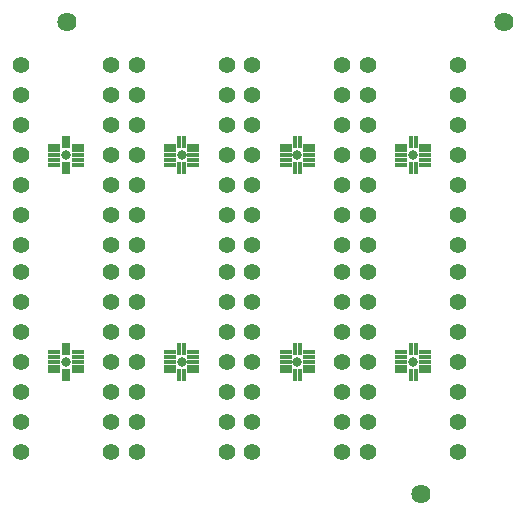
<source format=gts>
G75*
%MOIN*%
%OFA0B0*%
%FSLAX25Y25*%
%IPPOS*%
%LPD*%
%AMOC8*
5,1,8,0,0,1.08239X$1,22.5*
%
%ADD10R,0.01181X0.03937*%
%ADD11R,0.03937X0.01181*%
%ADD12C,0.05600*%
%ADD13C,0.03162*%
%ADD14C,0.06400*%
D10*
X0062846Y0050606D03*
X0064420Y0050606D03*
X0064420Y0059268D03*
X0062846Y0059268D03*
X0101428Y0059268D03*
X0103003Y0059268D03*
X0103003Y0050606D03*
X0101428Y0050606D03*
X0140011Y0050606D03*
X0141586Y0050606D03*
X0141586Y0059268D03*
X0140011Y0059268D03*
X0178594Y0059268D03*
X0180168Y0059268D03*
X0180168Y0050606D03*
X0178594Y0050606D03*
X0178594Y0119504D03*
X0180168Y0119504D03*
X0180168Y0128165D03*
X0178594Y0128165D03*
X0141586Y0128165D03*
X0140011Y0128165D03*
X0140011Y0119504D03*
X0141586Y0119504D03*
X0103003Y0119504D03*
X0101428Y0119504D03*
X0101428Y0128165D03*
X0103003Y0128165D03*
X0064420Y0128165D03*
X0062846Y0128165D03*
X0062846Y0119504D03*
X0064420Y0119504D03*
D11*
X0067570Y0120685D03*
X0067570Y0122260D03*
X0067570Y0123835D03*
X0067570Y0125409D03*
X0067570Y0126984D03*
X0059696Y0126984D03*
X0059696Y0125409D03*
X0059696Y0123835D03*
X0059696Y0122260D03*
X0059696Y0120685D03*
X0098279Y0120685D03*
X0098279Y0122260D03*
X0098279Y0123835D03*
X0098279Y0125409D03*
X0098279Y0126984D03*
X0106153Y0126984D03*
X0106153Y0125409D03*
X0106153Y0123835D03*
X0106153Y0122260D03*
X0106153Y0120685D03*
X0136861Y0120685D03*
X0136861Y0122260D03*
X0136861Y0123835D03*
X0136861Y0125409D03*
X0136861Y0126984D03*
X0144735Y0126984D03*
X0144735Y0125409D03*
X0144735Y0123835D03*
X0144735Y0122260D03*
X0144735Y0120685D03*
X0175444Y0120685D03*
X0175444Y0122260D03*
X0175444Y0123835D03*
X0175444Y0125409D03*
X0175444Y0126984D03*
X0183318Y0126984D03*
X0183318Y0125409D03*
X0183318Y0123835D03*
X0183318Y0122260D03*
X0183318Y0120685D03*
X0183318Y0058087D03*
X0183318Y0056512D03*
X0183318Y0054937D03*
X0183318Y0053362D03*
X0183318Y0051787D03*
X0175444Y0051787D03*
X0175444Y0053362D03*
X0175444Y0054937D03*
X0175444Y0056512D03*
X0175444Y0058087D03*
X0144735Y0058087D03*
X0144735Y0056512D03*
X0144735Y0054937D03*
X0144735Y0053362D03*
X0144735Y0051787D03*
X0136861Y0051787D03*
X0136861Y0053362D03*
X0136861Y0054937D03*
X0136861Y0056512D03*
X0136861Y0058087D03*
X0106153Y0058087D03*
X0106153Y0056512D03*
X0106153Y0054937D03*
X0106153Y0053362D03*
X0106153Y0051787D03*
X0098279Y0051787D03*
X0098279Y0053362D03*
X0098279Y0054937D03*
X0098279Y0056512D03*
X0098279Y0058087D03*
X0067570Y0058087D03*
X0067570Y0056512D03*
X0067570Y0054937D03*
X0067570Y0053362D03*
X0067570Y0051787D03*
X0059696Y0051787D03*
X0059696Y0053362D03*
X0059696Y0054937D03*
X0059696Y0056512D03*
X0059696Y0058087D03*
D12*
X0048633Y0024937D03*
X0048633Y0034937D03*
X0048633Y0044937D03*
X0048633Y0054937D03*
X0048633Y0064937D03*
X0048633Y0074937D03*
X0048633Y0084937D03*
X0048633Y0093835D03*
X0048633Y0103835D03*
X0048633Y0113835D03*
X0048633Y0123835D03*
X0048633Y0133835D03*
X0048633Y0143835D03*
X0048633Y0153835D03*
X0078633Y0153835D03*
X0087216Y0153835D03*
X0087216Y0143835D03*
X0078633Y0143835D03*
X0078633Y0133835D03*
X0087216Y0133835D03*
X0087216Y0123835D03*
X0078633Y0123835D03*
X0078633Y0113835D03*
X0087216Y0113835D03*
X0087216Y0103835D03*
X0078633Y0103835D03*
X0078633Y0093835D03*
X0087216Y0093835D03*
X0087216Y0084937D03*
X0078633Y0084937D03*
X0078633Y0074937D03*
X0087216Y0074937D03*
X0087216Y0064937D03*
X0078633Y0064937D03*
X0078633Y0054937D03*
X0087216Y0054937D03*
X0087216Y0044937D03*
X0078633Y0044937D03*
X0078633Y0034937D03*
X0087216Y0034937D03*
X0087216Y0024937D03*
X0078633Y0024937D03*
X0117216Y0024937D03*
X0125798Y0024937D03*
X0125798Y0034937D03*
X0117216Y0034937D03*
X0117216Y0044937D03*
X0125798Y0044937D03*
X0125798Y0054937D03*
X0117216Y0054937D03*
X0117216Y0064937D03*
X0125798Y0064937D03*
X0125798Y0074937D03*
X0117216Y0074937D03*
X0117216Y0084937D03*
X0125798Y0084937D03*
X0125798Y0093835D03*
X0117216Y0093835D03*
X0117216Y0103835D03*
X0125798Y0103835D03*
X0125798Y0113835D03*
X0117216Y0113835D03*
X0117216Y0123835D03*
X0125798Y0123835D03*
X0125798Y0133835D03*
X0117216Y0133835D03*
X0117216Y0143835D03*
X0125798Y0143835D03*
X0125798Y0153835D03*
X0117216Y0153835D03*
X0155798Y0153835D03*
X0164381Y0153835D03*
X0164381Y0143835D03*
X0155798Y0143835D03*
X0155798Y0133835D03*
X0164381Y0133835D03*
X0164381Y0123835D03*
X0155798Y0123835D03*
X0155798Y0113835D03*
X0164381Y0113835D03*
X0164381Y0103835D03*
X0155798Y0103835D03*
X0155798Y0093835D03*
X0164381Y0093835D03*
X0164381Y0084937D03*
X0155798Y0084937D03*
X0155798Y0074937D03*
X0164381Y0074937D03*
X0164381Y0064937D03*
X0155798Y0064937D03*
X0155798Y0054937D03*
X0164381Y0054937D03*
X0164381Y0044937D03*
X0155798Y0044937D03*
X0155798Y0034937D03*
X0164381Y0034937D03*
X0164381Y0024937D03*
X0155798Y0024937D03*
X0194381Y0024937D03*
X0194381Y0034937D03*
X0194381Y0044937D03*
X0194381Y0054937D03*
X0194381Y0064937D03*
X0194381Y0074937D03*
X0194381Y0084937D03*
X0194381Y0093835D03*
X0194381Y0103835D03*
X0194381Y0113835D03*
X0194381Y0123835D03*
X0194381Y0133835D03*
X0194381Y0143835D03*
X0194381Y0153835D03*
D13*
X0179381Y0123835D03*
X0140798Y0123835D03*
X0102216Y0123835D03*
X0063633Y0123835D03*
X0063633Y0054937D03*
X0102216Y0054937D03*
X0140798Y0054937D03*
X0179381Y0054937D03*
D14*
X0182137Y0010843D03*
X0209696Y0168323D03*
X0064027Y0168323D03*
M02*

</source>
